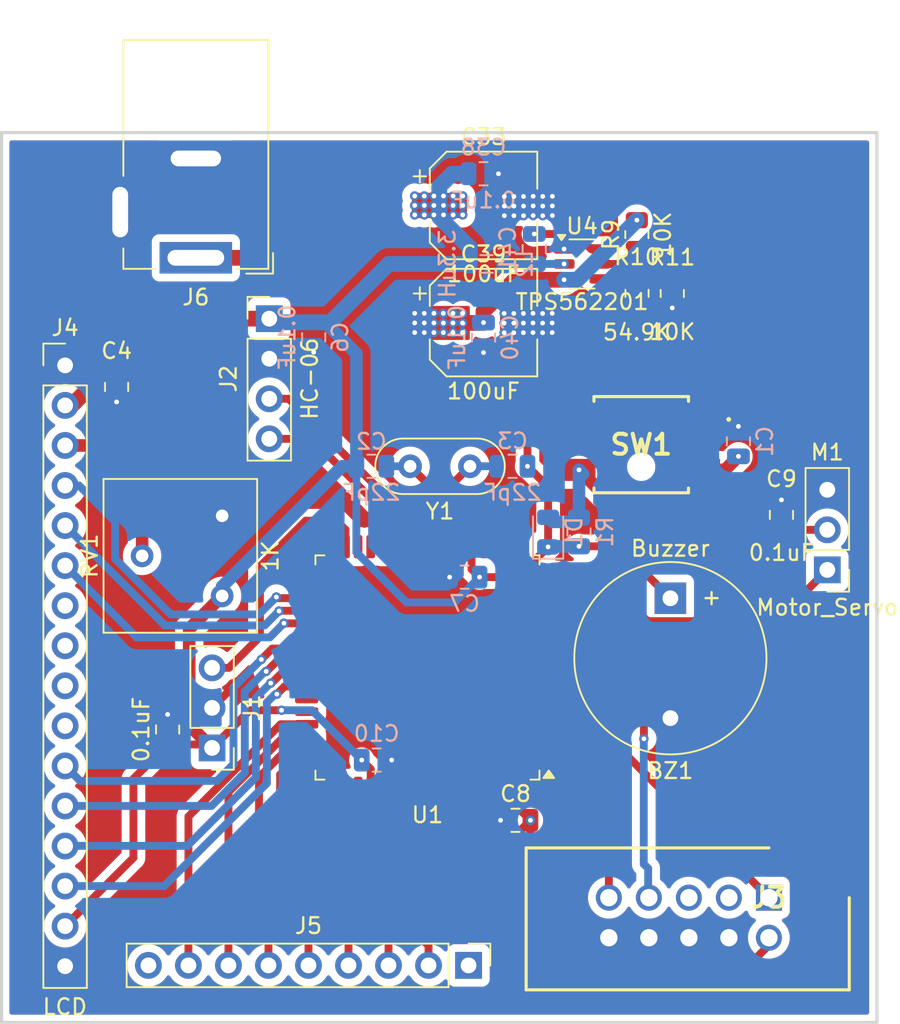
<source format=kicad_pcb>
(kicad_pcb (version 20241229) (generator "pcbnew") (generator_version "9.0")
  (layers (0 "F.Cu" signal) (2 "B.Cu" signal) (13 "F.Paste" user) (15 "B.Paste" user) (5 "F.SilkS" user "F.Silkscreen") (7 "B.SilkS" user "B.Silkscreen") (1 "F.Mask" user) (3 "B.Mask" user) (25 "Edge.Cuts" user))
  (net 0 "")
  (net 1 "PB6")
  (net 2 "GND")
  (net 3 "Net-(D1-A)")
  (net 4 "Net-(U1-XTAL1)")
  (net 5 "+5V")
  (net 6 "Net-(U1-XTAL2)")
  (net 7 "VCC")
  (net 8 "Net-(U4-VBST)")
  (net 9 "Net-(U4-SW)")
  (net 10 "PD6")
  (net 11 "RX")
  (net 12 "TX")
  (net 13 "PB1")
  (net 15 "RESET")
  (net 16 "PE7")
  (net 17 "PE1")
  (net 18 "PC4")
  (net 21 "PC6")
  (net 22 "PC0")
  (net 23 "PC2")
  (net 25 "PC1")
  (net 26 "Net-(J4-Pin_3)")
  (net 27 "PC7")
  (net 29 "PC5")
  (net 30 "PA2")
  (net 31 "PA3")
  (net 32 "PA5")
  (net 33 "PA1")
  (net 34 "PA0")
  (net 35 "PA6")
  (net 37 "PA4")
  (net 39 "PB5")
  (net 40 "Net-(U4-EN)")
  (net 41 "Net-(U4-VFB)")
  (footprint "Crystal:Crystal_HC52-6mm_Vertical" (layer "F.Cu") (at 128.54 121.65 180)
    (property "Reference" "Y1")
    (property "Value" "16Mhz")
  )
  (footprint "Resistor_SMD:R_0805_2012Metric" (layer "F.Cu") (at 139.1325 106.9575 90)
    (property "Reference" "R9")
    (property "Value" "10K")
  )
  (footprint "Sw:TLSMDT3C020GLFS" (layer "F.Cu") (at 139.41 120.28 180)
    (property "Reference" "SW1")
    (property "Value" "RESET" (hide yes))
  )
  (footprint "Buzzer_Beeper:Buzzer_12x9.5RM7.6" (layer "F.Cu") (at 141.26 130.02 -90)
    (property "Reference" "BZ1")
    (property "Value" "Buzzer")
  )
  (footprint "Connector_PinHeader_2.54mm:PinHeader_1x03_P2.54mm_Vertical" (layer "F.Cu") (at 151.22 128.22 180)
    (property "Reference" "M1")
    (property "Value" "Motor_Servo")
  )
  (footprint "Capacitor_SMD:C_0805_2012Metric" (layer "F.Cu") (at 148.31 124.73 90)
    (property "Reference" "C9")
    (property "Value" "0.1uF")
  )
  (footprint "Connector_BarrelJack:BarrelJack_GCT_DCJ200-10-A_Horizontal" (layer "F.Cu") (at 111.14 108.43 180)
    (property "Reference" "J6")
    (property "Value" "Barrel_Jack_Switch")
  )
  (footprint "Package_QFP:TQFP-64_14x14mm_P0.8mm" (layer "F.Cu") (at 125.84 134.41 180)
    (property "Reference" "U1")
    (property "Value" "ATmega128A-A")
  )
  (footprint "Connector_PinHeader_2.54mm:PinHeader_1x04_P2.54mm_Vertical" (layer "F.Cu") (at 115.8 112.29)
    (property "Reference" "J2")
    (property "Value" "HC-06")
  )
  (footprint "Resistor_SMD:R_0805_2012Metric" (layer "F.Cu") (at 139.1425 110.6825 -90)
    (property "Reference" "R10")
    (property "Value" "54.9K")
  )
  (footprint "Potentiometer_THT:Potentiometer_Bourns_3386F_Vertical" (layer "F.Cu") (at 112.81 124.79 180)
    (property "Reference" "RV1")
    (property "Value" "1K")
  )
  (footprint "Capacitor_SMD:CP_Elec_6.3x5.9" (layer "F.Cu") (at 129.4 112.54)
    (property "Reference" "C39")
    (property "Value" "100uF")
  )
  (footprint "Resistor_SMD:R_0805_2012Metric" (layer "F.Cu") (at 141.38 110.6925 -90)
    (property "Reference" "R11")
    (property "Value" "10K")
  )
  (footprint "Capacitor_SMD:C_0805_2012Metric" (layer "F.Cu") (at 106.11 116.62 -90)
    (property "Reference" "C4")
    (property "Value" "0.1uF")
  )
  (footprint "Connector_PinHeader_2.54mm:PinHeader_1x03_P2.54mm_Vertical" (layer "F.Cu") (at 112.17 139.51 180)
    (property "Reference" "J1")
    (property "Value" "SW-420")
  )
  (footprint "Capacitor_SMD:C_0805_2012Metric" (layer "F.Cu") (at 109.35 138.34 90)
    (property "Reference" "C5")
    (property "Value" "0.1uF")
  )
  (footprint "Connector_PinHeader_2.54mm:PinHeader_1x09_P2.54mm_Vertical" (layer "F.Cu") (at 128.45 153.3 -90)
    (property "Reference" "J5")
    (property "Value" "Key_Pad")
  )
  (footprint "Library:SHDR10W64P254_2X5_2036X885X925P" (layer "F.Cu") (at 147.515 149.005 180)
    (property "Reference" "J3")
    (property "Value" "ISP" (hide yes))
  )
  (footprint "Capacitor_SMD:CP_Elec_6.3x5.9" (layer "F.Cu") (at 129.4 105.11)
    (property "Reference" "C33")
    (property "Value" "100uF")
  )
  (footprint "Capacitor_SMD:C_0805_2012Metric" (layer "F.Cu") (at 131.43 144.1)
    (property "Reference" "C8")
    (property "Value" "0.1uF")
  )
  (footprint "Package_TO_SOT_SMD:SOT-23-6" (layer "F.Cu") (at 135.6525 108.82)
    (property "Reference" "U4")
    (property "Value" "TPS562201")
  )
  (footprint "Connector_PinHeader_2.54mm:PinHeader_1x16_P2.54mm_Vertical" (layer "F.Cu") (at 102.8425 115.25)
    (property "Reference" "J4")
    (property "Value" "LCD")
  )
  (footprint "Capacitor_SMD:C_0805_2012Metric" (layer "B.Cu") (at 128.2 128.68)
    (property "Reference" "C7")
    (property "Value" "0.1uF")
  )
  (footprint "Inductor_SMD:L_0805_2012Metric" (layer "B.Cu") (at 129.59 108.82 180)
    (property "Reference" "L2")
    (property "Value" "3.3uH")
  )
  (footprint "Capacitor_SMD:C_0805_2012Metric" (layer "B.Cu") (at 118.62 113.47 -90)
    (property "Reference" "C6")
    (property "Value" "0.1uF")
  )
  (footprint "Capacitor_SMD:C_0805_2012Metric" (layer "B.Cu") (at 145.58 120.07 90)
    (property "Reference" "C1")
    (property "Value" "10uF")
  )
  (footprint "Resistor_SMD:R_0805_2012Metric" (layer "B.Cu") (at 135.46 125.8125 90)
    (property "Reference" "R1")
    (property "Value" "10K")
  )
  (footprint "Capacitor_SMD:C_0805_2012Metric" (layer "B.Cu") (at 131.24 121.65 180)
    (property "Reference" "C3")
    (property "Value" "22pF")
  )
  (footprint "Capacitor_SMD:C_0805_2012Metric" (layer "B.Cu") (at 132.62 107.87 -90)
    (property "Reference" "C41")
    (property "Value" "0.1uF")
  )
  (footprint "Capacitor_SMD:C_0805_2012Metric" (layer "B.Cu") (at 129.4 113.49 90)
    (property "Reference" "C40")
    (property "Value" "0.1uF")
  )
  (footprint "Capacitor_SMD:C_0805_2012Metric" (layer "B.Cu") (at 122.28 121.65)
    (property "Reference" "C2")
    (property "Value" "22pF")
  )
  (footprint "Capacitor_SMD:C_0805_2012Metric" (layer "B.Cu") (at 122.62 140.28 180)
    (property "Reference" "C10")
    (property "Value" "0.1uF")
  )
  (footprint "Diode_SMD:D_0805_2012Metric" (layer "B.Cu") (at 133.5 125.825 90)
    (property "Reference" "D1")
    (property "Value" "D1N4148")
  )
  (footprint "Capacitor_SMD:C_0805_2012Metric" (layer "B.Cu") (at 129.4 103.1 180)
    (property "Reference" "C38")
    (property "Value" "0.1uF")
  )
  (gr_rect (start 124.66 111.58) (end 128.43 113.54) (stroke (width 0.2)) (fill yes) (layer "F.Cu") (net 7))
  (gr_rect (start 98.81 100.49) (end 154.37 156.92) (stroke (width 0.2)) (fill no) (layer "Edge.Cuts"))
  (segment (start 133.5025 128.41) (end 139.65 128.41) (width 0.5) (layer "F.Cu") (net 1))
  (segment (start 139.65 128.41) (end 141.26 130.02) (width 0.5) (layer "F.Cu") (net 1))
  (segment (start 123.04 142.0725) (end 123.04 140.81) (width 0.5) (layer "F.Cu") (net 2))
  (segment (start 127.84 128.09) (end 127.25 128.68) (width 0.5) (layer "F.Cu") (net 2))
  (segment (start 131.04 143.54) (end 130.48 144.1) (width 0.5) (layer "F.Cu") (net 2))
  (segment (start 127.84 126.7475) (end 127.84 128.09) (width 0.5) (layer "F.Cu") (net 2))
  (segment (start 131.04 142.0725) (end 131.04 143.54) (width 0.5) (layer "F.Cu") (net 2))
  (segment (start 123.04 140.81) (end 123.57 140.28) (width 0.5) (layer "F.Cu") (net 2))
  (via (at 132.54 113.17) (size 0.6) (drill 0.3) (layers "F.Cu" "B.Cu") (net 2))
  (via (at 133.16 104.54) (size 0.6) (drill 0.3) (layers "F.Cu" "B.Cu") (net 2))
  (via (at 131.94 104.54) (size 0.6) (drill 0.3) (layers "F.Cu" "B.Cu") (net 2))
  (via (at 127.25 128.68) (size 0.6) (drill 0.3) (layers "F.Cu" "B.Cu") (net 2))
  (via (at 134.515 107.87) (size 0.6) (drill 0.3) (layers "F.Cu" "B.Cu") (net 2))
  (via (at 131.94 105.76) (size 0.6) (drill 0.3) (layers "F.Cu" "B.Cu") (net 2))
  (via (at 109.35 137.39) (size 0.6) (drill 0.3) (layers "F.Cu" "B.Cu") (net 2))
  (via (at 132.55 105.14) (size 0.6) (drill 0.3) (layers "F.Cu" "B.Cu") (net 2))
  (via (at 131.32 112.57) (size 0.6) (drill 0.3) (layers "F.Cu" "B.Cu") (net 2))
  (via (at 131.93 111.96) (size 0.6) (drill 0.3) (layers "F.Cu" "B.Cu") (net 2))
  (via (at 131.33 105.15) (size 0.6) (drill 0.3) (layers "F.Cu" "B.Cu") (net 2))
  (via (at 133.76 112.56) (size 0.6) (drill 0.3) (layers "F.Cu" "B.Cu") (net 2))
  (via (at 130.71 111.96) (size 0.6) (drill 0.3) (layers "F.Cu" "B.Cu") (net 2))
  (via (at 130.72 105.76) (size 0.6) (drill 0.3) (layers "F.Cu" "B.Cu") (net 2))
  (via (at 133.15 113.18) (size 0.6) (drill 0.3) (layers "F.Cu" "B.Cu") (net 2))
  (via (at 148.31 123.78) (size 0.6) (drill 0.3) (layers "F.Cu" "B.Cu") (net 2))
  (via (at 131.93 113.18) (size 0.6) (drill 0.3) (layers "F.Cu" "B.Cu") (net 2))
  (via (at 132.54 111.95) (size 0.6) (drill 0.3) (layers "F.Cu" "B.Cu") (net 2))
  (via (at 133.76 113.17) (size 0.6) (drill 0.3) (layers "F.Cu" "B.Cu") (net 2))
  (via (at 132.54 112.56) (size 0.6) (drill 0.3) (layers "F.Cu" "B.Cu") (net 2))
  (via (at 133.15 111.96) (size 0.6) (drill 0.3) (layers "F.Cu" "B.Cu") (net 2))
  (via (at 133.77 104.53) (size 0.6) (drill 0.3) (layers "F.Cu" "B.Cu") (net 2))
  (via (at 145.58 119.12) (size 0.6) (drill 0.3) (layers "F.Cu" "B.Cu") (net 2))
  (via (at 131.33 105.76) (size 0.6) (drill 0.3) (layers "F.Cu" "B.Cu") (net 2))
  (via (at 133.16 105.15) (size 0.6) (drill 0.3) (layers "F.Cu" "B.Cu") (net 2))
  (via (at 118.62 114.42) (size 0.6) (drill 0.3) (layers "F.Cu" "B.Cu") (net 2))
  (via (at 106.11 117.57) (size 0.6) (drill 0.3) (layers "F.Cu" "B.Cu") (net 2))
  (via (at 130.48 144.1) (size 0.6) (drill 0.3) (layers "F.Cu" "B.Cu") (net 2))
  (via (at 133.76 111.95) (size 0.6) (drill 0.3) (layers "F.Cu" "B.Cu") (net 2))
  (via (at 131.32 113.18) (size 0.6) (drill 0.3) (layers "F.Cu" "B.Cu") (net 2))
  (via (at 130.35 103.1) (size 0.6) (drill 0.3) (layers "F.Cu" "B.Cu") (net 2))
  (via (at 133.16 105.76) (size 0.6) (drill 0.3) (layers "F.Cu" "B.Cu") (net 2))
  (via (at 130.71 112.57) (size 0.6) (drill 0.3) (layers "F.Cu" "B.Cu") (net 2))
  (via (at 130.72 105.15) (size 0.6) (drill 0.3) (layers "F.Cu" "B.Cu") (net 2))
  (via (at 133.77 105.75) (size 0.6) (drill 0.3) (layers "F.Cu" "B.Cu") (net 2))
  (via (at 132.55 104.53) (size 0.6) (drill 0.3) (layers "F.Cu" "B.Cu") (net 2))
  (via (at 130.72 104.54) (size 0.6) (drill 0.3) (layers "F.Cu" "B.Cu") (net 2))
  (via (at 133.77 105.14) (size 0.6) (drill 0.3) (layers "F.Cu" "B.Cu") (net 2))
  (via (at 130.71 113.18) (size 0.6) (drill 0.3) (layers "F.Cu" "B.Cu") (net 2))
  (via (at 141.38 111.605) (size 0.6) (drill 0.3) (layers "F.Cu" "B.Cu") (net 2))
  (via (at 131.94 105.15) (size 0.6) (drill 0.3) (layers "F.Cu" "B.Cu") (net 2))
  (via (at 132.55 105.75) (size 0.6) (drill 0.3) (layers "F.Cu" "B.Cu") (net 2))
  (via (at 131.93 112.57) (size 0.6) (drill 0.3) (layers "F.Cu" "B.Cu") (net 2))
  (via (at 129.4 114.44) (size 0.6) (drill 0.3) (layers "F.Cu" "B.Cu") (net 2))
  (via (at 123.57 140.28) (size 0.6) (drill 0.3) (layers "F.Cu" "B.Cu") (net 2))
  (via (at 131.33 104.54) (size 0.6) (drill 0.3) (layers "F.Cu" "B.Cu") (net 2))
  (via (at 131.32 111.96) (size 0.6) (drill 0.3) (layers "F.Cu" "B.Cu") (net 2))
  (via (at 133.15 112.57) (size 0.6) (drill 0.3) (layers "F.Cu" "B.Cu") (net 2))
  (segment (start 144.72 121.88) (end 145.58 121.02) (width 0.8) (layer "F.Cu") (net 3))
  (segment (start 141.81 123.43) (end 137.01 123.43) (width 0.8) (layer "F.Cu") (net 3))
  (segment (start 143.36 121.88) (end 144.72 121.88) (width 0.8) (layer "F.Cu") (net 3))
  (segment (start 143.36 121.88) (end 141.81 123.43) (width 0.8) (layer "F.Cu") (net 3))
  (segment (start 137.01 123.43) (end 135.46 121.88) (width 0.8) (layer "F.Cu") (net 3))
  (via (at 135.46 121.88) (size 0.6) (drill 0.3) (layers "F.Cu" "B.Cu") (net 3))
  (via (at 145.58 121.02) (size 0.6) (drill 0.3) (layers "F.Cu" "B.Cu") (net 3))
  (segment (start 133.785 125.1725) (end 135.1875 125.1725) (width 0.8) (layer "B.Cu") (net 3))
  (segment (start 135.1875 125.1725) (end 135.46 124.9) (width 0.8) (layer "B.Cu") (net 3))
  (segment (start 135.46 124.9) (end 135.46 121.88) (width 0.8) (layer "B.Cu") (net 3))
  (segment (start 133.5 124.8875) (end 133.785 125.1725) (width 0.8) (layer "B.Cu") (net 3))
  (segment (start 135.72 122.14) (end 135.46 121.88) (width 0.8) (layer "B.Cu") (net 3))
  (segment (start 126.24 123.15) (end 124.74 121.65) (width 0.5) (layer "F.Cu") (net 4))
  (segment (start 126.24 126.7475) (end 126.24 123.15) (width 0.5) (layer "F.Cu") (net 4))
  (segment (start 123.23 121.65) (end 124.74 121.65) (width 0.5) (layer "B.Cu") (net 4))
  (segment (start 109.35 139.29) (end 111.95 139.29) (width 0.5) (layer "F.Cu") (net 5))
  (segment (start 114.56 137.12) (end 116.58 137.12) (width 0.5) (layer "F.Cu") (net 5))
  (segment (start 131.204 145.276) (end 132.38 144.1) (width 0.5) (layer "F.Cu") (net 5))
  (segment (start 112.17 139.51) (end 114.56 137.12) (width 0.5) (layer "F.Cu") (net 5))
  (segment (start 122.24 142.0725) (end 122.24 140.85) (width 0.5) (layer "F.Cu") (net 5))
  (segment (start 137.77 125.68) (end 136.725 126.725) (width 0.5) (layer "F.Cu") (net 5))
  (segment (start 132.19 121.65) (end 133.5 122.96) (width 0.5) (layer "F.Cu") (net 5))
  (segment (start 128.64 128.17) (end 129.15 128.68) (width 0.5) (layer "F.Cu") (net 5))
  (segment (start 122.24 142.846076) (end 124.669924 145.276) (width 0.5) (layer "F.Cu") (net 5))
  (segment (start 131.5825 128.68) (end 133.5 126.7625) (width 0.5) (layer "F.Cu") (net 5))
  (segment (start 128.64 126.7475) (end 128.64 128.17) (width 0.5) (layer "F.Cu") (net 5))
  (segment (start 131.84 142.0725) (end 131.84 143.56) (width 0.5) (layer "F.Cu") (net 5))
  (segment (start 131.84 143.56) (end 132.38 144.1) (width 0.5) (layer "F.Cu") (net 5))
  (segment (start 129.15 128.68) (end 131.5825 128.68) (width 0.5) (layer "F.Cu") (net 5))
  (segment (start 102.8425 117.79) (end 103.265 117.79) (width 1) (layer "F.Cu") (net 5))
  (segment (start 106.11 115.67) (end 109.1 115.67) (width 1) (layer "F.Cu") (net 5))
  (segment (start 132.38 148.98) (end 136.79 153.39) (width 0.5) (layer "F.Cu") (net 5))
  (segment (start 124.669924 145.276) (end 131.204 145.276) (width 0.5) (layer "F.Cu") (net 5))
  (segment (start 111.95 139.29) (end 112.17 139.51) (width 0.5) (layer "F.Cu") (net 5))
  (segment (start 110.719 138.059) (end 112.17 139.51) (width 0.8) (layer "F.Cu") (net 5))
  (segment (start 133.5 126.7625) (end 133.5 122.96) (width 0.5) (layer "F.Cu") (net 5))
  (segment (start 103.265 117.79) (end 105.385 115.67) (width 1) (layer "F.Cu") (net 5))
  (segment (start 109.1 115.67) (end 112.48 112.29) (width 1) (layer "F.Cu") (net 5))
  (segment (start 132.19 118.5475) (end 132.19 121.65) (width 0.5) (layer "F.Cu") (net 5))
  (segment (start 105.385 115.67) (end 106.11 115.67) (width 1) (layer "F.Cu") (net 5))
  (segment (start 139.1425 111.595) (end 132.19 118.5475) (width 0.5) (layer "F.Cu") (net 5))
  (segment (start 136.79 153.39) (end 146.14 153.39) (width 0.5) (layer "F.Cu") (net 5))
  (segment (start 148.31 125.68) (end 151.22 125.68) (width 0.5) (layer "F.Cu") (net 5))
  (segment (start 112.48 112.29) (end 115.8 112.29) (width 1) (layer "F.Cu") (net 5))
  (segment (start 110.719 131.961) (end 110.719 138.059) (width 0.8) (layer "F.Cu") (net 5))
  (segment (start 107.18 141.46) (end 109.35 139.29) (width 0.5) (layer "F.Cu") (net 5))
  (segment (start 136.725 126.725) (end 135.46 126.725) (width 0.5) (layer "F.Cu") (net 5))
  (segment (start 132.38 144.1) (end 132.38 148.98) (width 0.5) (layer "F.Cu") (net 5))
  (segment (start 146.14 153.39) (end 147.515 152.015) (width 0.5) (layer "F.Cu") (net 5))
  (segment (start 102.8425 150.81) (end 107.18 146.4725) (width 0.5) (layer "F.Cu") (net 5))
  (segment (start 147.515 152.015) (end 147.515 151.545) (width 0.5) (layer "F.Cu") (net 5))
  (segment (start 148.31 125.68) (end 137.77 125.68) (width 0.5) (layer "F.Cu") (net 5))
  (segment (start 122.24 142.0725) (end 122.24 142.846076) (width 0.5) (layer "F.Cu") (net 5))
  (segment (start 122.24 140.85) (end 121.67 140.28) (width 0.5) (layer "F.Cu") (net 5))
  (segment (start 112.81 129.87) (end 110.719 131.961) (width 0.8) (layer "F.Cu") (net 5))
  (segment (start 107.18 146.4725) (end 107.18 141.46) (width 0.5) (layer "F.Cu") (net 5))
  (via (at 128.08 105.71) (size 0.6) (drill 0.3) (layers "F.Cu" "B.Cu") (net 5))
  (via (at 128.08 104.51) (size 0.6) (drill 0.3) (layers "F.Cu" "B.Cu") (net 5))
  (via (at 129.15 128.68) (size 0.6) (drill 0.3) (layers "F.Cu" "B.Cu") (net 5))
  (via (at 125.03 105.11) (size 0.6) (drill 0.3) (layers "F.Cu" "B.Cu") (net 5))
  (via (at 126.25 105.71) (size 0.6) (drill 0.3) (layers "F.Cu" "B.Cu") (net 5))
  (via (at 126.25 105.11) (size 0.6) (drill 0.3) (layers "F.Cu" "B.Cu") (net 5))
  (via (at 126.86 105.71) (size 0.6) (drill 0.3) (layers "F.Cu" "B.Cu") (net 5))
  (via (at 125.03 104.51) (size 0.6) (drill 0.3) (layers "F.Cu" "B.Cu") (net 5))
  (via (at 125.03 105.71) (size 0.6) (drill 0.3) (layers "F.Cu" "B.Cu") (net 5))
  (via (at 116.58 137.12) (size 0.6) (drill 0.3) (layers "F.Cu" "B.Cu") (net 5))
  (via (at 126.86 105.11) (size 0.6) (drill 0.3) (layers "F.Cu" "B.Cu") (net 5))
  (via (at 126.86 104.51) (size 0.6) (drill 0.3) (layers "F.Cu" "B.Cu") (net 5))
  (via (at 127.47 105.11) (size 0.6) (drill 0.3) (layers "F.Cu" "B.Cu") (net 5))
  (via (at 135.46 126.725) (size 0.6) (drill 0.3) (layers "F.Cu" "B.Cu") (net 5))
  (via (at 125.64 105.11) (size 0.6) (drill 0.3) (layers "F.Cu" "B.Cu") (net 5))
  (via (at 127.47 104.51) (size 0.6) (drill 0.3) (layers "F.Cu" "B.Cu") (net 5))
  (via (at 133.5 126.7625) (size 0.6) (drill 0.3) (layers "F.Cu" "B.Cu") (net 5))
  (via (at 128.08 105.11) (size 0.6) (drill 0.3) (layers "F.Cu" "B.Cu") (net 5))
  (via (at 125.64 104.51) (size 0.6) (drill 0.3) (layers "F.Cu" "B.Cu") (net 5))
  (via (at 121.67 140.28) (size 0.6) (drill 0.3) (layers "F.Cu" "B.Cu") (net 5))
  (via (at 125.64 105.71) (size 0.6) (drill 0.3) (layers "F.Cu" "B.Cu") (net 5))
  (via (at 132.19 121.65) (size 0.6) (drill 0.3) (layers "F.Cu" "B.Cu") (net 5))
  (via (at 126.25 104.51) (size 0.6) (drill 0.3) (layers "F.Cu" "B.Cu") (net 5))
  (via (at 127.47 105.71) (size 0.6) (drill 0.3) (layers "F.Cu" "B.Cu") (net 5))
  (via (at 132.38 144.1) (size 0.6) (drill 0.3) (layers "F.Cu" "B.Cu") (net 5))
  (segment (start 124.51 130.28) (end 127.55 130.28) (width 0.5) (layer "B.Cu") (net 5))
  (segment (start 119.345 112.52) (end 118.62 112.52) (width 0.8) (layer "B.Cu") (net 5))
  (segment (start 127.55 130.28) (end 129.15 128.68) (width 0.5) (layer "B.Cu") (net 5))
  (segment (start 112.81 129.87) (end 112.81 129.27) (width 0.8) (layer "B.Cu") (net 5))
  (segment (start 135.46 126.725) (end 133.5375 126.725) (width 0.8) (layer "B.Cu") (net 5))
  (segment (start 121.33 121.65) (end 121.33 127.1) (width 0.5) (layer "B.Cu") (net 5))
  (segment (start 121.33 114.505) (end 119.345 112.52) (width 0.8) (layer "B.Cu") (net 5))
  (segment (start 126.6 105.86) (end 128.5275 107.7875) (width 1) (layer "B.Cu") (net 5))
  (segment (start 126.59 105.1) (end 126.59 103.92) (width 1) (layer "B.Cu") (net 5))
  (segment (start 116.58 137.12) (end 118.51 137.12) (width 0.5) (layer "B.Cu") (net 5))
  (segment (start 126.59 103.92) (end 127.41 103.1) (width 1) (layer "B.Cu") (net 5))
  (segment (start 126.6 105.11) (end 126.59 105.1) (width 0.8) (layer "B.Cu") (net 5))
  (segment (start 127.41 103.1) (end 128.45 103.1) (width 1) (layer "B.Cu") (net 5))
  (segment (start 119.68 112.52) (end 123.38 108.82) (width 1) (layer "B.Cu") (net 5))
  (segment (start 116.03 112.52) (end 115.8 112.29) (width 1) (layer "B.Cu") (net 5))
  (segment (start 120.43 121.65) (end 121.33 121.65) (width 0.8) (layer "B.Cu") (net 5))
  (segment (start 133.5375 126.8625) (end 133.5 126.9) (width 0.8) (layer "B.Cu") (net 5))
  (segment (start 121.33 121.65) (end 121.33 114.505) (width 0.8) (layer "B.Cu") (net 5))
  (segment (start 118.51 137.12) (end 121.67 140.28) (width 0.5) (layer "B.Cu") (net 5))
  (segment (start 126.6 105.14) (end 126.6 105.86) (width 1) (layer "B.Cu") (net 5))
  (segment (start 123.38 108.82) (end 128.5275 108.82) (width 1) (layer "B.Cu") (net 5))
  (segment (start 118.62 112.52) (end 119.68 112.52) (width 1) (layer "B.Cu") (net 5))
  (segment (start 126.6 105.11) (end 126.6 105.14) (width 1) (layer "B.Cu") (net 5))
  (segment (start 121.33 127.1) (end 124.51 130.28) (width 0.5) (layer "B.Cu") (net 5))
  (segment (start 118.62 112.52) (end 116.03 112.52) (width 1) (layer "B.Cu") (net 5))
  (segment (start 112.81 129.27) (end 120.43 121.65) (width 0.8) (layer "B.Cu") (net 5))
  (segment (start 128.5275 107.7875) (end 128.5275 108.82) (width 1) (layer "B.Cu") (net 5))
  (segment (start 127.04 126.7475) (end 127.04 123.15) (width 0.5) (layer "F.Cu") (net 6))
  (segment (start 127.04 123.15) (end 128.54 121.65) (width 0.5) (layer "F.Cu") (net 6))
  (segment (start 130.29 121.65) (end 128.54 121.65) (width 0.5) (layer "B.Cu") (net 6))
  (segment (start 125.1 112.56) (end 128.07 112.56) (width 1) (layer "F.Cu") (net 7))
  (segment (start 120.97 108.43) (end 125.1 112.56) (width 1) (layer "F.Cu") (net 7))
  (segment (start 129.4 112.54) (end 129.4 111.81) (width 1) (layer "F.Cu") (net 7))
  (segment (start 129.38 112.56) (end 129.4 112.54) (width 1) (layer "F.Cu") (net 7))
  (segment (start 129.4 111.81) (end 131.389 109.821) (width 1) (layer "F.Cu") (net 7))
  (segment (start 128.07 112.56) (end 129.38 112.56) (width 1) (layer "F.Cu") (net 7))
  (segment (start 131.389 109.821) (end 134.515 109.821) (width 1) (layer "F.Cu") (net 7))
  (segment (start 111.14 108.43) (end 120.97 108.43) (width 1) (layer "F.Cu") (net 7))
  (via (at 125.03 112.56) (size 0.6) (drill 0.3) (layers "F.Cu" "B.Cu") (net 7))
  (via (at 126.85 111.95) (size 0.6) (drill 0.3) (layers "F.Cu" "B.Cu") (net 7))
  (via (at 125.64 113.17) (size 0.6) (drill 0.3) (layers "F.Cu" "B.Cu") (net 7))
  (via (at 126.85 113.17) (size 0.6) (drill 0.3) (layers "F.Cu" "B.Cu") (net 7))
  (via (at 134.515 109.821) (size 0.6) (drill 0.3) (layers "F.Cu" "B.Cu") (net 7))
  (via (at 129.4 112.54) (size 0.6) (drill 0.3) (layers "F.Cu" "B.Cu") (net 7))
  (via (at 125.64 111.95) (size 0.6) (drill 0.3) (layers "F.Cu" "B.Cu") (net 7))
  (via (at 127.46 113.17) (size 0.6) (drill 0.3) (layers "F.Cu" "B.Cu") (net 7))
  (via (at 128.07 112.56) (size 0.6) (drill 0.3) (layers "F.Cu" "B.Cu") (net 7))
  (via (at 125.03 113.17) (size 0.6) (drill 0.3) (layers "F.Cu" "B.Cu") (net 7))
  (via (at 139.1325 106.045) (size 0.6) (drill 0.3) (layers "F.Cu" "B.Cu") (net 7))
  (via (at 126.25 112.56) (size 0.6) (drill 0.3) (layers "F.Cu" "B.Cu") (net 7))
  (via (at 128.07 113.17) (size 0.6) (drill 0.3) (layers "F.Cu" "B.Cu") (net 7))
  (via (at 125.64 112.56) (size 0.6) (drill 0.3) (layers "F.Cu" "B.Cu") (net 7))
  (via (at 128.07 111.95) (size 0.6) (drill 0.3) (layers "F.Cu" "B.Cu") (net 7))
  (via (at 126.25 113.17) (size 0.6) (drill 0.3) (layers "F.Cu" "B.Cu") (net 7))
  (via (at 127.46 111.95) (size 0.6) (drill 0.3) (layers "F.Cu" "B.Cu") (net 7))
  (via (at 125.03 111.95) (size 0.6) (drill 0.3) (layers "F.Cu" "B.Cu") (net 7))
  (via (at 127.46 112.56) (size 0.6) (drill 0.3) (layers "F.Cu" "B.Cu") (net 7))
  (via (at 126.25 111.95) (size 0.6) (drill 0.3) (layers "F.Cu" "B.Cu") (net 7))
  (via (at 126.85 112.56) (size 0.6) (drill 0.3) (layers "F.Cu" "B.Cu") (net 7))
  (segment (start 134.515 109.821) (end 135.3565 109.821) (width 1) (layer "B.Cu") (net 7))
  (segment (start 135.3565 109.821) (end 139.1325 106.045) (width 1) (layer "B.Cu") (net 7))
  (segment (start 136.22 107.87) (end 135.27 106.92) (width 0.5) (layer "F.Cu") (net 8))
  (segment (start 135.27 106.92) (end 132.62 106.92) (width 0.5) (layer "F.Cu") (net 8))
  (segment (start 136.79 107.87) (end 136.22 107.87) (width 0.5) (layer "F.Cu") (net 8))
  (via (at 132.62 106.92) (size 0.6) (drill 0.3) (layers "F.Cu" "B.Cu") (net 8))
  (via (at 134.515 108.82) (size 0.6) (drill 0.3) (layers "F.Cu" "B.Cu") (net 9))
  (segment (start 132.62 108.82) (end 134.515 108.82) (width 0.5) (layer "B.Cu") (net 9))
  (segment (start 130.6525 108.82) (end 132.62 108.82) (width 0.5) (layer "B.Cu") (net 9))
  (segment (start 112.35 134.43) (end 112.49 134.29) (width 0.2) (layer "F.Cu") (net 10))
  (segment (start 115.21 132.46) (end 113.24 134.43) (width 0.5) (layer "F.Cu") (net 10))
  (segment (start 115.21 128) (end 115.21 132.46) (width 0.5) (layer "F.Cu") (net 10))
  (segment (start 120.64 126.7475) (end 120.64 125.67) (width 0.5) (layer "F.Cu") (net 10))
  (segment (start 120.64 125.67) (end 120.07 125.1) (width 0.5) (layer "F.Cu") (net 10))
  (segment (start 118.11 125.1) (end 115.21 128) (width 0.5) (layer "F.Cu") (net 10))
  (segment (start 113.24 134.43) (end 112.17 134.43) (width 0.5) (layer "F.Cu") (net 10))
  (segment (start 120.07 125.1) (end 118.11 125.1) (width 0.5) (layer "F.Cu") (net 10))
  (segment (start 112.17 134.43) (end 112.35 134.43) (width 0.2) (layer "F.Cu") (net 10))
  (segment (start 118.49 119.91) (end 115.8 119.91) (width 0.5) (layer "F.Cu") (net 11))
  (segment (start 123.04 126.7475) (end 123.04 124.46) (width 0.5) (layer "F.Cu") (net 11))
  (segment (start 123.04 124.46) (end 118.49 119.91) (width 0.5) (layer "F.Cu") (net 11))
  (segment (start 117.03 117.37) (end 115.8 117.37) (width 0.5) (layer "F.Cu") (net 12))
  (segment (start 123.84 124.18) (end 117.03 117.37) (width 0.5) (layer "F.Cu") (net 12))
  (segment (start 123.84 126.7475) (end 123.84 124.18) (width 0.5) (layer "F.Cu") (net 12))
  (segment (start 139.58 137.713924) (end 139.58 138.93) (width 0.5) (layer "F.Cu") (net 13))
  (segment (start 134.276076 132.41) (end 139.58 137.713924) (width 0.5) (layer "F.Cu") (net 13))
  (segment (start 133.5025 132.41) (end 134.276076 132.41) (width 0.5) (layer "F.Cu") (net 13))
  (via (at 139.58 138.93) (size 0.6) (drill 0.3) (layers "F.Cu" "B.Cu") (net 13))
  (segment (start 139.57 146.87) (end 139.85 147.15) (width 0.5) (layer "B.Cu") (net 13))
  (segment (start 139.58 138.93) (end 139.57 138.94) (width 0.5) (layer "B.Cu") (net 13))
  (segment (start 139.57 138.94) (end 139.57 146.87) (width 0.5) (layer "B.Cu") (net 13))
  (segment (start 139.85 148.96) (end 139.895 149.005) (width 0.5) (layer "B.Cu") (net 13))
  (segment (start 139.85 147.15) (end 139.85 148.96) (width 0.5) (layer "B.Cu") (net 13))
  (segment (start 132.314 140.972924) (end 137.355 146.013924) (width 0.5) (layer "F.Cu") (net 16))
  (segment (start 132.314 134.424924) (end 132.314 140.972924) (width 0.5) (layer "F.Cu") (net 16))
  (segment (start 137.355 146.013924) (end 137.355 149.005) (width 0.5) (layer "F.Cu") (net 16))
  (segment (start 133.5025 134.01) (end 132.728924 134.01) (width 0.5) (layer "F.Cu") (net 16))
  (segment (start 132.728924 134.01) (end 132.314 134.424924) (width 0.5) (layer "F.Cu") (net 16))
  (segment (start 137.32 138.81) (end 147.515 149.005) (width 0.5) (layer "F.Cu") (net 17))
  (segment (start 133.5025 138.81) (end 137.32 138.81) (width 0.5) (layer "F.Cu") (net 17))
  (segment (start 115.99 133.21) (end 115.3 133.9) (width 0.5) (layer "F.Cu") (net 18))
  (segment (start 118.1775 133.21) (end 115.99 133.21) (width 0.5) (layer "F.Cu") (net 18))
  (via (at 115.3 133.9) (size 0.6) (drill 0.3) (layers "F.Cu" "B.Cu") (net 18))
  (segment (start 113.53 140.54) (end 112.47 141.6) (width 0.5) (layer "B.Cu") (net 18))
  (segment (start 113.53 135.67) (end 113.53 140.54) (width 0.5) (layer "B.Cu") (net 18))
  (segment (start 112.47 141.6) (end 103.7925 141.6) (width 0.5) (layer "B.Cu") (net 18))
  (segment (start 115.3 133.9) (end 113.53 135.67) (width 0.5) (layer "B.Cu") (net 18))
  (segment (start 103.7925 141.6) (end 102.8425 140.65) (width 0.5) (layer "B.Cu") (net 18))
  (segment (start 116.54 134.81) (end 118.1775 134.81) (width 0.5) (layer "F.Cu") (net 21))
  (segment (start 115.947852 135.402148) (end 116.54 134.81) (width 0.5) (layer "F.Cu") (net 21))
  (segment (start 115.89304 135.402148) (end 115.947852 135.402148) (width 0.5) (layer "F.Cu") (net 21))
  (via (at 115.89304 135.402148) (size 0.6) (drill 0.3) (layers "F.Cu" "B.Cu") (net 21))
  (segment (start 115.877852 135.402148) (end 114.949 136.331) (width 0.5) (layer "B.Cu") (net 21))
  (segment (start 115.89304 135.402148) (end 115.877852 135.402148) (width 0.5) (layer "B.Cu") (net 21))
  (segment (start 110.6 145.72) (end 102.8525 145.72) (width 0.5) (layer "B.Cu") (net 21))
  (segment (start 114.949 141.371) (end 110.6 145.72) (width 0.5) (layer "B.Cu") (net 21))
  (segment (start 102.8525 145.72) (end 102.8425 145.73) (width 0.5) (layer "B.Cu") (net 21))
  (segment (start 114.949 136.331) (end 114.949 141.371) (width 0.5) (layer "B.Cu") (net 21))
  (segment (start 118.1775 130.01) (end 116.32 130.01) (width 0.5) (layer "F.Cu") (net 22))
  (segment (start 116.32 130.01) (end 116.25 129.94) (width 0.5) (layer "F.Cu") (net 22))
  (via (at 116.25 129.94) (size 0.6) (drill 0.3) (layers "F.Cu" "B.Cu") (net 22))
  (segment (start 116.25 129.94) (end 115.149 131.041) (width 0.5) (layer "B.Cu") (net 22))
  (segment (start 115.149 131.041) (end 109.551 131.041) (width 0.5) (layer "B.Cu") (net 22))
  (segment (start 109.551 131.041) (end 106.02 127.51) (width 0.5) (layer "B.Cu") (net 22))
  (segment (start 103.73 122.87) (end 102.8425 122.87) (width 0.5) (layer "B.Cu") (net 22))
  (segment (start 106.02 127.51) (end 106.02 125.16) (width 0.5) (layer "B.Cu") (net 22))
  (segment (start 106.02 125.16) (end 103.73 122.87) (width 0.5) (layer "B.Cu") (net 22))
  (segment (start 118.1775 131.61) (end 116.74 131.61) (width 0.5) (layer "F.Cu") (net 23))
  (segment (start 116.74 131.61) (end 116.73 131.6) (width 0.5) (layer "F.Cu") (net 23))
  (via (at 116.73 131.6) (size 0.6) (drill 0.3) (layers "F.Cu" "B.Cu") (net 23))
  (segment (start 115.83 132.5) (end 107.3925 132.5) (width 0.5) (layer "B.Cu") (net 23))
  (segment (start 107.3925 132.5) (end 102.8425 127.95) (width 0.5) (layer "B.Cu") (net 23))
  (segment (start 116.73 131.6) (end 115.83 132.5) (width 0.5) (layer "B.Cu") (net 23))
  (segment (start 116.440662 130.81) (end 118.1775 130.81) (width 0.5) (layer "F.Cu") (net 25))
  (segment (start 116.420729 130.829933) (end 116.440662 130.81) (width 0.5) (layer "F.Cu") (net 25))
  (via (at 116.420729 130.829933) (size 0.6) (drill 0.3) (layers "F.Cu" "B.Cu") (net 25))
  (segment (start 102.8425 125.41) (end 109.1745 131.742) (width 0.5) (layer "B.Cu") (net 25))
  (segment (start 115.508662 131.742) (end 116.420729 130.829933) (width 0.5) (layer "B.Cu") (net 25))
  (segment (start 109.1745 131.742) (end 115.508662 131.742) (width 0.5) (layer "B.Cu") (net 25))
  (segment (start 104.25 120.33) (end 102.8425 120.33) (width 0.8) (layer "F.Cu") (net 26))
  (segment (start 107.73 127.33) (end 107.73 123.81) (width 0.8) (layer "F.Cu") (net 26))
  (segment (start 107.73 123.81) (end 104.25 120.33) (width 0.8) (layer "F.Cu") (net 26))
  (segment (start 116.280992 136.101788) (end 116.77278 135.61) (width 0.5) (layer "F.Cu") (net 27))
  (segment (start 116.280992 136.101788) (end 116.280992 136.076271) (width 0.5) (layer "F.Cu") (net 27))
  (segment (start 116.77278 135.61) (end 118.1775 135.61) (width 0.5) (layer "F.Cu") (net 27))
  (via (at 116.280992 136.101788) (size 0.6) (drill 0.3) (layers "F.Cu" "B.Cu") (net 27))
  (segment (start 116.204115 136.153148) (end 116.118216 136.153148) (width 0.5) (layer "B.Cu") (net 27))
  (segment (start 116.118216 136.153148) (end 115.65 136.621364) (width 0.5) (layer "B.Cu") (net 27))
  (segment (start 109.13 148.27) (end 102.8425 148.27) (width 0.5) (layer "B.Cu") (net 27))
  (segment (start 116.222928 136.134335) (end 116.204115 136.153148) (width 0.5) (layer "B.Cu") (net 27))
  (segment (start 116.280992 136.101788) (end 116.248445 136.134335) (width 0.5) (layer "B.Cu") (net 27))
  (segment (start 116.248445 136.134335) (end 116.222928 136.134335) (width 0.5) (layer "B.Cu") (net 27))
  (segment (start 115.65 141.75) (end 109.13 148.27) (width 0.5) (layer "B.Cu") (net 27))
  (segment (start 115.65 136.621364) (end 115.65 141.75) (width 0.5) (layer "B.Cu") (net 27))
  (segment (start 116.28 134.01) (end 118.1775 134.01) (width 0.5) (layer "F.Cu") (net 29))
  (segment (start 115.604777 134.655885) (end 115.634115 134.655885) (width 0.5) (layer "F.Cu") (net 29))
  (segment (start 115.634115 134.655885) (end 116.28 134.01) (width 0.5) (layer "F.Cu") (net 29))
  (via (at 115.604777 134.655885) (size 0.6) (drill 0.3) (layers "F.Cu" "B.Cu") (net 29))
  (segment (start 115.604777 134.655885) (end 115.535479 134.655885) (width 0.5) (layer "B.Cu") (net 29))
  (segment (start 112.138636 143.19) (end 102.8425 143.19) (width 0.5) (layer "B.Cu") (net 29))
  (segment (start 114.24 135.951364) (end 114.24 136.504) (width 0.5) (layer "B.Cu") (net 29))
  (segment (start 115.535479 134.655885) (end 114.24 135.951364) (width 0.5) (layer "B.Cu") (net 29))
  (segment (start 114.248 136.512) (end 114.248 141.080636) (width 0.5) (layer "B.Cu") (net 29))
  (segment (start 114.248 141.080636) (end 112.138636 143.19) (width 0.5) (layer "B.Cu") (net 29))
  (segment (start 114.24 136.504) (end 114.248 136.512) (width 0.5) (layer "B.Cu") (net 29))
  (segment (start 119.84 148.65) (end 120.83 149.64) (width 0.5) (layer "F.Cu") (net 30))
  (segment (start 120.83 149.64) (end 120.83 153.3) (width 0.5) (layer "F.Cu") (net 30))
  (segment (start 119.84 142.0725) (end 119.84 148.65) (width 0.5) (layer "F.Cu") (net 30))
  (segment (start 118.1775 140.41) (end 117.28 140.41) (width 0.5) (layer "F.Cu") (net 31))
  (segment (start 118.29 150.24) (end 118.29 153.3) (width 0.5) (layer "F.Cu") (net 31))
  (segment (start 117.28 140.41) (end 116.49 141.2) (width 0.5) (layer "F.Cu") (net 31))
  (segment (start 116.49 141.2) (end 116.49 148.44) (width 0.5) (layer "F.Cu") (net 31))
  (segment (start 116.49 148.44) (end 118.29 150.24) (width 0.5) (layer "F.Cu") (net 31))
  (segment (start 116.711364 138.81) (end 113.21 142.311364) (width 0.5) (layer "F.Cu") (net 32))
  (segment (start 118.1775 138.81) (end 116.711364 138.81) (width 0.5) (layer "F.Cu") (net 32))
  (segment (start 113.21 142.311364) (end 113.21 153.3) (width 0.5) (layer "F.Cu") (net 32))
  (segment (start 120.64 148.18) (end 123.37 150.91) (width 0.5) (layer "F.Cu") (net 33))
  (segment (start 123.37 150.91) (end 123.37 153.3) (width 0.5) (layer "F.Cu") (net 33))
  (segment (start 120.64 142.0725) (end 120.64 148.18) (width 0.5) (layer "F.Cu") (net 33))
  (segment (start 125.91 152.05) (end 125.91 153.3) (width 0.5) (layer "F.Cu") (net 34))
  (segment (start 121.44 147.58) (end 125.91 152.05) (width 0.5) (layer "F.Cu") (net 34))
  (segment (start 121.44 142.0725) (end 121.44 147.58) (width 0.5) (layer "F.Cu") (net 34))
  (segment (start 110.67 143.86) (end 110.67 153.3) (width 0.5) (layer "F.Cu") (net 35))
  (segment (start 116.52 138.01) (end 110.67 143.86) (width 0.5) (layer "F.Cu") (net 35))
  (segment (start 118.1775 138.01) (end 116.52 138.01) (width 0.5) (layer "F.Cu") (net 35))
  (segment (start 115.15 141.362728) (end 115.15 149.18) (width 0.5) (layer "F.Cu") (net 37))
  (segment (start 115.15 149.18) (end 115.75 149.78) (width 0.5) (layer "F.Cu") (net 37))
  (segment (start 116.902728 139.61) (end 115.15 141.362728) (width 0.5) (layer "F.Cu") (net 37))
  (segment (start 115.75 149.78) (end 115.75 153.3) (width 0.5) (layer "F.Cu") (net 37))
  (segment (start 118.1775 139.61) (end 116.902728 139.61) (width 0.5) (layer "F.Cu") (net 37))
  (segment (start 137.548 129.21) (end 139.809 131.471) (width 0.5) (layer "F.Cu") (net 39))
  (segment (start 139.809 131.471) (end 147.969 131.471) (width 0.5) (layer "F.Cu") (net 39))
  (segment (start 133.5025 129.21) (end 137.548 129.21) (width 0.5) (layer "F.Cu") (net 39))
  (segment (start 147.969 131.471) (end 151.22 128.22) (width 0.5) (layer "F.Cu") (net 39))
  (segment (start 139.1325 107.87) (end 138.1825 108.82) (width 0.5) (layer "F.Cu") (net 40))
  (segment (start 138.1825 108.82) (end 136.79 108.82) (width 0.5) (layer "F.Cu") (net 40))
  (segment (start 141.38 109.78) (end 136.8 109.78) (width 0.5) (layer "F.Cu") (net 41))
  (segment (start 136.8 109.78) (end 136.79 109.77) (width 0.5) (layer "F.Cu") (net 41))
  (zone (net 2) (net_name "GND") (layer "F.Cu") (connect_pads (clearance 0.5)) (min_thickness 0.25) (fill yes (thermal_gap 0.5) (thermal_bridge_width 0.5))
    (polygon (pts (xy 98.91 100.59) (xy 98.91 156.82) (xy 154.27 156.82) (xy 154.27 100.59)))
  )
  (zone (net 2) (net_name "GND") (layer "B.Cu") (priority 1) (connect_pads yes (clearance 0.5)) (min_thickness 0.25) (fill yes (thermal_gap 0.5) (thermal_bridge_width 0.5))
    (polygon (pts (xy 98.91 100.59) (xy 98.91 156.82) (xy 154.27 156.82) (xy 154.27 100.59)))
  )
)
</source>
